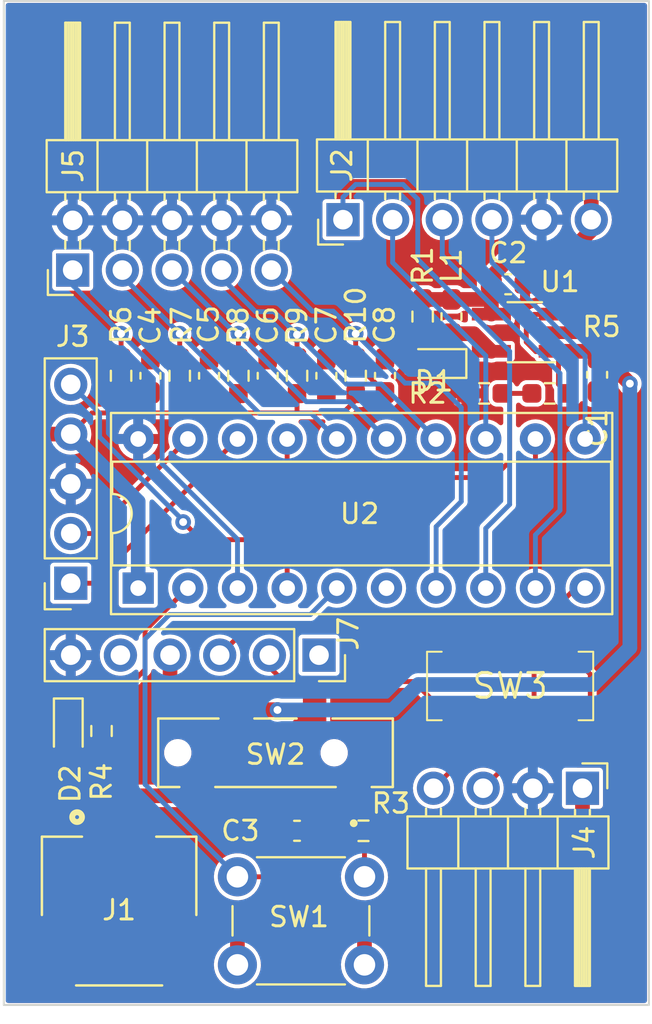
<source format=kicad_pcb>
(kicad_pcb (version 20211014) (generator pcbnew)
  (title_block (title "Fusion"))
  (layers (0 "F.Cu" signal) (31 "B.Cu" signal) (34 "B.Paste" user) (35 "F.Paste" user) (36 "B.SilkS" user "B.Silkscreen") (37 "F.SilkS" user "F.Silkscreen") (38 "B.Mask" user) (39 "F.Mask" user) (44 "Edge.Cuts" user))
  (net 0 "")
  (net 1 "CS")
  (net 2 "MISO")
  (net 3 "MOSI")
  (net 4 "SCK")
  (net 5 "GNDREF")
  (net 6 "+3V3")
  (net 7 "ICSPCLK")
  (net 8 "ICSPDAT")
  (net 9 "MCLR")
  (net 10 "BT_TX")
  (net 11 "BT_RX")
  (net 12 "PINKY")
  (net 13 "RING")
  (net 14 "MIDDLE")
  (net 15 "INDEX")
  (net 16 "THUMB")
  (net 18 "FTDI_RX")
  (net 19 "FTDI_TX")
  (net 20 "FTDI_5V")
  (net 22 "Net-(D1-Pad2)")
  (net 23 "BUTTON")
  (net 24 "RX")
  (net 25 "TX")
  (net 26 "Net-(C1-Pad1)")
  (net 27 "Net-(L1-Pad1)")
  (net 28 "LED")
  (net 29 "VBAT_ADC")
  (net 30 "Net-(D2-Pad2)")
  (net 32 "Net-(J1-Pad1)")
  (footprint "Fusion:JST" (layer "F.Cu") (at 142.9 111.05)
    (fp_text reference "J1" (at 0 3.4) (layer "F.SilkS") (effects (font (size 1.002189 1.002189))))
    (fp_text value "BATTERY")
    (pad "1" smd rect locked (at -1 0 180) (size 1 3.5) (layers "F.Cu" "F.Paste" "F.Mask") (net 32 "Net-(J1-Pad1)"))
    (pad "2" smd rect locked (at 1 0 180) (size 1 3.5) (layers "F.Cu" "F.Paste" "F.Mask") (net 5 "GNDREF"))
    (pad "S1" smd rect locked (at -3.35 5.75 180) (size 1.5 3.4) (layers "F.Cu" "F.Paste" "F.Mask"))
    (pad "S2" smd rect locked (at 3.35 5.75 180) (size 1.5 3.4) (layers "F.Cu" "F.Paste" "F.Mask"))
  )
  (footprint "Resistor_SMD:R_0603_1608Metric_Pad0.98x0.95mm_HandSolder" (layer "F.Cu") (at 152 87.15 90)
    (fp_text reference "R9" (at 2.5625 0 90) (layer "F.SilkS"))
    (fp_text value "10K")
    (pad "1" smd roundrect (at -0.9125 0 90) (size 0.975 0.95) (layers "F.Cu" "F.Paste" "F.Mask") (net 6 "+3V3"))
    (pad "2" smd roundrect (at 0.9125 0 90) (size 0.975 0.95) (layers "F.Cu" "F.Paste" "F.Mask") (net 13 "RING"))
  )
  (footprint "Package_TO_SOT_SMD:TSOT-23-5_HandSoldering" (layer "F.Cu") (at 163.65 84.95 180)
    (fp_text reference "U1" (at -1.8 2.6) (layer "F.SilkS"))
    (fp_text value "MCP1603")
    (pad "1" smd rect (at -1.71 -0.95 180) (size 2 0.65) (layers "F.Cu" "F.Paste" "F.Mask") (net 26 "Net-(C1-Pad1)"))
    (pad "2" smd rect (at -1.71 0 180) (size 2 0.65) (layers "F.Cu" "F.Paste" "F.Mask") (net 5 "GNDREF"))
    (pad "3" smd rect (at -1.71 0.95 180) (size 2 0.65) (layers "F.Cu" "F.Paste" "F.Mask") (net 26 "Net-(C1-Pad1)"))
    (pad "4" smd rect (at 1.71 0.95 180) (size 2 0.65) (layers "F.Cu" "F.Paste" "F.Mask") (net 6 "+3V3"))
    (pad "5" smd rect (at 1.71 -0.95 180) (size 2 0.65) (layers "F.Cu" "F.Paste" "F.Mask") (net 27 "Net-(L1-Pad1)"))
  )
  (footprint "Connector_PinHeader_2.54mm:PinHeader_1x04_P2.54mm_Horizontal" (layer "F.Cu") (at 166.6 108.225 -90)
    (fp_text reference "J4" (at 2.775 -0.1 90) (layer "F.SilkS"))
    (fp_text value "HC-05")
    (pad "1" thru_hole rect (at 0 0 270) (size 1.7 1.7) (drill 1) (layers *.Cu *.Mask) (net 6 "+3V3"))
    (pad "2" thru_hole oval (at 0 2.54 270) (size 1.7 1.7) (drill 1) (layers *.Cu *.Mask) (net 5 "GNDREF"))
    (pad "3" thru_hole oval (at 0 5.08 270) (size 1.7 1.7) (drill 1) (layers *.Cu *.Mask) (net 10 "BT_TX"))
    (pad "4" thru_hole oval (at 0 7.62 270) (size 1.7 1.7) (drill 1) (layers *.Cu *.Mask) (net 11 "BT_RX"))
  )
  (footprint "Resistor_SMD:R_0603_1608Metric_Pad0.98x0.95mm_HandSolder" (layer "F.Cu") (at 164.925 88.05 180)
    (fp_text reference "R5" (at -2.65 3.4) (layer "F.SilkS"))
    (fp_text value "10K")
    (pad "1" smd roundrect (at -0.9125 0 180) (size 0.975 0.95) (layers "F.Cu" "F.Paste" "F.Mask") (net 26 "Net-(C1-Pad1)"))
    (pad "2" smd roundrect (at 0.9125 0 180) (size 0.975 0.95) (layers "F.Cu" "F.Paste" "F.Mask") (net 29 "VBAT_ADC"))
  )
  (footprint "Capacitor_SMD:C_0603_1608Metric_Pad1.08x0.95mm_HandSolder" (layer "F.Cu") (at 150.5 87.15 90)
    (fp_text reference "C6" (at 2.575 0 90) (layer "F.SilkS"))
    (fp_text value "0.1uF")
    (pad "1" smd roundrect (at -0.8625 0 90) (size 1.075 0.95) (layers "F.Cu" "F.Paste" "F.Mask") (net 14 "MIDDLE"))
    (pad "2" smd roundrect (at 0.8625 0 90) (size 1.075 0.95) (layers "F.Cu" "F.Paste" "F.Mask") (net 5 "GNDREF"))
  )
  (footprint "Connector_PinSocket_2.54mm:PinSocket_1x06_P2.54mm_Vertical" (layer "F.Cu") (at 153.125 101.425 -90)
    (fp_text reference "J7" (at -1.1 -1.5 90) (layer "F.SilkS"))
    (fp_text value "FTDI")
    (pad "1" thru_hole rect (at 0 0 270) (size 1.7 1.7) (drill 1) (layers *.Cu *.Mask))
    (pad "2" thru_hole oval (at 0 2.54 270) (size 1.7 1.7) (drill 1) (layers *.Cu *.Mask) (net 18 "FTDI_RX"))
    (pad "3" thru_hole oval (at 0 5.08 270) (size 1.7 1.7) (drill 1) (layers *.Cu *.Mask) (net 19 "FTDI_TX"))
    (pad "4" thru_hole oval (at 0 7.62 270) (size 1.7 1.7) (drill 1) (layers *.Cu *.Mask) (net 20 "FTDI_5V"))
    (pad "5" thru_hole oval (at 0 10.16 270) (size 1.7 1.7) (drill 1) (layers *.Cu *.Mask))
    (pad "6" thru_hole oval (at 0 12.7 270) (size 1.7 1.7) (drill 1) (layers *.Cu *.Mask) (net 5 "GNDREF"))
  )
  (footprint "Capacitor_SMD:C_0603_1608Metric_Pad1.08x0.95mm_HandSolder" (layer "F.Cu") (at 147.5 87.15 90)
    (fp_text reference "C5" (at 2.625 -0.025 90) (layer "F.SilkS"))
    (fp_text value "0.1uF")
    (pad "1" smd roundrect (at -0.8625 0 90) (size 1.075 0.95) (layers "F.Cu" "F.Paste" "F.Mask") (net 15 "INDEX"))
    (pad "2" smd roundrect (at 0.8625 0 90) (size 1.075 0.95) (layers "F.Cu" "F.Paste" "F.Mask") (net 5 "GNDREF"))
  )
  (footprint "Button_Switch_THT:SW_PUSH_6mm_H5mm" (layer "F.Cu") (at 148.95 112.75)
    (fp_text reference "SW1" (at 3.15 2.05) (layer "F.SilkS"))
    (fp_text value "BUTTON")
    (pad "1" thru_hole circle (at 0 0 90) (size 2 2) (drill 1.1) (layers *.Cu *.Mask) (net 23 "BUTTON"))
    (pad "1" thru_hole circle (at 6.5 0 90) (size 2 2) (drill 1.1) (layers *.Cu *.Mask) (net 23 "BUTTON"))
    (pad "2" thru_hole circle (at 0 4.5 90) (size 2 2) (drill 1.1) (layers *.Cu *.Mask) (net 6 "+3V3"))
    (pad "2" thru_hole circle (at 6.5 4.5 90) (size 2 2) (drill 1.1) (layers *.Cu *.Mask) (net 6 "+3V3"))
  )
  (footprint "Package_DIP:DIP-20_W7.62mm_Socket" (layer "F.Cu") (at 143.875 98 90)
    (fp_text reference "U2" (at 3.8 11.325 180) (layer "F.SilkS"))
    (fp_text value "PIC16F690")
    (pad "1" thru_hole rect (at 0 0 90) (size 1.6 1.6) (drill 0.8) (layers *.Cu *.Mask) (net 6 "+3V3"))
    (pad "2" thru_hole oval (at 0 2.54 90) (size 1.6 1.6) (drill 0.8) (layers *.Cu *.Mask) (net 28 "LED"))
    (pad "3" thru_hole oval (at 0 5.08 90) (size 1.6 1.6) (drill 0.8) (layers *.Cu *.Mask) (net 16 "THUMB"))
    (pad "4" thru_hole oval (at 0 7.62 90) (size 1.6 1.6) (drill 0.8) (layers *.Cu *.Mask) (net 9 "MCLR"))
    (pad "5" thru_hole oval (at 0 10.16 90) (size 1.6 1.6) (drill 0.8) (layers *.Cu *.Mask) (net 23 "BUTTON"))
    (pad "6" thru_hole oval (at 0 12.7 90) (size 1.6 1.6) (drill 0.8) (layers *.Cu *.Mask))
    (pad "7" thru_hole oval (at 0 15.24 90) (size 1.6 1.6) (drill 0.8) (layers *.Cu *.Mask) (net 12 "PINKY"))
    (pad "8" thru_hole oval (at 0 17.78 90) (size 1.6 1.6) (drill 0.8) (layers *.Cu *.Mask) (net 1 "CS"))
    (pad "9" thru_hole oval (at 0 20.32 90) (size 1.6 1.6) (drill 0.8) (layers *.Cu *.Mask) (net 3 "MOSI"))
    (pad "10" thru_hole oval (at 0 22.86 90) (size 1.6 1.6) (drill 0.8) (layers *.Cu *.Mask) (net 25 "TX"))
    (pad "11" thru_hole oval (at 7.62 22.86 90) (size 1.6 1.6) (drill 0.8) (layers *.Cu *.Mask) (net 4 "SCK"))
    (pad "12" thru_hole oval (at 7.62 20.32 90) (size 1.6 1.6) (drill 0.8) (layers *.Cu *.Mask) (net 24 "RX"))
    (pad "13" thru_hole oval (at 7.62 17.78 90) (size 1.6 1.6) (drill 0.8) (layers *.Cu *.Mask) (net 2 "MISO"))
    (pad "14" thru_hole oval (at 7.62 15.24 90) (size 1.6 1.6) (drill 0.8) (layers *.Cu *.Mask) (net 13 "RING"))
    (pad "15" thru_hole oval (at 7.62 12.7 90) (size 1.6 1.6) (drill 0.8) (layers *.Cu *.Mask) (net 14 "MIDDLE"))
    (pad "16" thru_hole oval (at 7.62 10.16 90) (size 1.6 1.6) (drill 0.8) (layers *.Cu *.Mask) (net 15 "INDEX"))
    (pad "17" thru_hole oval (at 7.62 7.62 90) (size 1.6 1.6) (drill 0.8) (layers *.Cu *.Mask) (net 29 "VBAT_ADC"))
    (pad "18" thru_hole oval (at 7.62 5.08 90) (size 1.6 1.6) (drill 0.8) (layers *.Cu *.Mask) (net 7 "ICSPCLK"))
    (pad "19" thru_hole oval (at 7.62 2.54 90) (size 1.6 1.6) (drill 0.8) (layers *.Cu *.Mask) (net 8 "ICSPDAT"))
    (pad "20" thru_hole oval (at 7.62 0 90) (size 1.6 1.6) (drill 0.8) (layers *.Cu *.Mask) (net 5 "GNDREF"))
  )
  (footprint "Capacitor_SMD:C_0603_1608Metric_Pad1.08x0.95mm_HandSolder" (layer "F.Cu") (at 144.5 87.15 90)
    (fp_text reference "C4" (at 2.55 0 90) (layer "F.SilkS"))
    (fp_text value "0.1uF")
    (pad "1" smd roundrect (at -0.8625 0 90) (size 1.075 0.95) (layers "F.Cu" "F.Paste" "F.Mask") (net 16 "THUMB"))
    (pad "2" smd roundrect (at 0.8625 0 90) (size 1.075 0.95) (layers "F.Cu" "F.Paste" "F.Mask") (net 5 "GNDREF"))
  )
  (footprint "Connector_PinHeader_2.54mm:PinHeader_2x05_P2.54mm_Horizontal" (layer "F.Cu") (at 140.525 81.75 90)
    (fp_text reference "J5" (at 5.325 0.025 90) (layer "F.SilkS"))
    (fp_text value "FLEX")
    (pad "1" thru_hole rect (at 0 0 90) (size 1.7 1.7) (drill 1) (layers *.Cu *.Mask) (net 16 "THUMB"))
    (pad "2" thru_hole oval (at 2.54 0 90) (size 1.7 1.7) (drill 1) (layers *.Cu *.Mask) (net 5 "GNDREF"))
    (pad "3" thru_hole oval (at 0 2.54 90) (size 1.7 1.7) (drill 1) (layers *.Cu *.Mask) (net 15 "INDEX"))
    (pad "4" thru_hole oval (at 2.54 2.54 90) (size 1.7 1.7) (drill 1) (layers *.Cu *.Mask) (net 5 "GNDREF"))
    (pad "5" thru_hole oval (at 0 5.08 90) (size 1.7 1.7) (drill 1) (layers *.Cu *.Mask) (net 14 "MIDDLE"))
    (pad "6" thru_hole oval (at 2.54 5.08 90) (size 1.7 1.7) (drill 1) (layers *.Cu *.Mask) (net 5 "GNDREF"))
    (pad "7" thru_hole oval (at 0 7.62 90) (size 1.7 1.7) (drill 1) (layers *.Cu *.Mask) (net 13 "RING"))
    (pad "8" thru_hole oval (at 2.54 7.62 90) (size 1.7 1.7) (drill 1) (layers *.Cu *.Mask) (net 5 "GNDREF"))
    (pad "9" thru_hole oval (at 0 10.16 90) (size 1.7 1.7) (drill 1) (layers *.Cu *.Mask) (net 12 "PINKY"))
    (pad "10" thru_hole oval (at 2.54 10.16 90) (size 1.7 1.7) (drill 1) (layers *.Cu *.Mask) (net 5 "GNDREF"))
  )
  (footprint "Resistor_SMD:R_0603_1608Metric_Pad0.98x0.95mm_HandSolder" (layer "F.Cu") (at 143 87.15 90)
    (fp_text reference "R6" (at 2.6 0 90) (layer "F.SilkS"))
    (fp_text value "10K")
    (pad "1" smd roundrect (at -0.9125 0 90) (size 0.975 0.95) (layers "F.Cu" "F.Paste" "F.Mask") (net 6 "+3V3"))
    (pad "2" smd roundrect (at 0.9125 0 90) (size 0.975 0.95) (layers "F.Cu" "F.Paste" "F.Mask") (net 16 "THUMB"))
  )
  (footprint "Resistor_SMD:R_0603_1608Metric_Pad0.98x0.95mm_HandSolder" (layer "F.Cu") (at 155.4 110.4)
    (fp_text reference "R3" (at 1.4 -1.4) (layer "F.SilkS"))
    (fp_text value "10K")
    (pad "1" smd roundrect (at -0.9125 0) (size 0.975 0.95) (layers "F.Cu" "F.Paste" "F.Mask") (net 23 "BUTTON"))
    (pad "2" smd roundrect (at 0.9125 0) (size 0.975 0.95) (layers "F.Cu" "F.Paste" "F.Mask") (net 5 "GNDREF"))
  )
  (footprint "LED_SMD:LED_0603_1608Metric_Pad1.05x0.95mm_HandSolder" (layer "F.Cu") (at 140.3 105.3 -90)
    (fp_text reference "D2" (at 2.7 -0.1 90) (layer "F.SilkS"))
    (fp_text value "LED")
    (pad "1" smd roundrect (at -0.875 0 270) (size 1.05 0.95) (layers "F.Cu" "F.Paste" "F.Mask") (net 5 "GNDREF"))
    (pad "2" smd roundrect (at 0.875 0 270) (size 1.05 0.95) (layers "F.Cu" "F.Paste" "F.Mask") (net 30 "Net-(D2-Pad2)"))
  )
  (footprint "Capacitor_SMD:C_0603_1608Metric_Pad1.08x0.95mm_HandSolder" (layer "F.Cu") (at 162.8 82.475)
    (fp_text reference "C2" (at 0 -1.6) (layer "F.SilkS"))
    (fp_text value "4.7uF")
    (pad "1" smd roundrect (at -0.8625 0) (size 1.075 0.95) (layers "F.Cu" "F.Paste" "F.Mask") (net 6 "+3V3"))
    (pad "2" smd roundrect (at 0.8625 0) (size 1.075 0.95) (layers "F.Cu" "F.Paste" "F.Mask") (net 5 "GNDREF"))
  )
  (footprint "Resistor_SMD:R_0603_1608Metric_Pad0.98x0.95mm_HandSolder" (layer "F.Cu") (at 146 87.15 90)
    (fp_text reference "R7" (at 2.5625 0.1 90) (layer "F.SilkS"))
    (fp_text value "10K")
    (pad "1" smd roundrect (at -0.9125 0 90) (size 0.975 0.95) (layers "F.Cu" "F.Paste" "F.Mask") (net 6 "+3V3"))
    (pad "2" smd roundrect (at 0.9125 0 90) (size 0.975 0.95) (layers "F.Cu" "F.Paste" "F.Mask") (net 15 "INDEX"))
  )
  (footprint "Fusion:SPDT" (layer "F.Cu") (at 162.9 103 180)
    (fp_text reference "SW3" (at 0 0 180) (layer "F.SilkS") (effects (font (size 1.27 1.27))))
    (fp_text value "UART" hide)
    (pad "1" smd rect (at -2.5 2.2 180) (size 1.2 1.4) (layers "F.Cu" "F.Paste" "F.Mask") (net 10 "BT_TX"))
    (pad "2" smd rect (at 0 2.2 180) (size 1.2 1.4) (layers "F.Cu" "F.Paste" "F.Mask") (net 24 "RX"))
    (pad "3" smd rect (at 2.5 2.2 180) (size 1.2 1.4) (layers "F.Cu" "F.Paste" "F.Mask") (net 19 "FTDI_TX"))
    (pad "4" smd rect (at -2.5 -2.2 180) (size 1.2 1.4) (layers "F.Cu" "F.Paste" "F.Mask") (net 11 "BT_RX"))
    (pad "5" smd rect (at 0 -2.2 180) (size 1.2 1.4) (layers "F.Cu" "F.Paste" "F.Mask") (net 25 "TX"))
    (pad "6" smd rect (at 2.5 -2.2 180) (size 1.2 1.4) (layers "F.Cu" "F.Paste" "F.Mask") (net 18 "FTDI_RX"))
  )
  (footprint "Connector_PinSocket_2.54mm:PinSocket_1x05_P2.54mm_Vertical" (layer "F.Cu") (at 140.425 97.75 180)
    (fp_text reference "J3" (at -0.1 12.6) (layer "F.SilkS"))
    (fp_text value "PICKIT")
    (pad "1" thru_hole rect (at 0 0 180) (size 1.7 1.7) (drill 1) (layers *.Cu *.Mask) (net 7 "ICSPCLK"))
    (pad "2" thru_hole oval (at 0 2.54 180) (size 1.7 1.7) (drill 1) (layers *.Cu *.Mask) (net 8 "ICSPDAT"))
    (pad "3" thru_hole oval (at 0 5.08 180) (size 1.7 1.7) (drill 1) (layers *.Cu *.Mask) (net 5 "GNDREF"))
    (pad "4" thru_hole oval (at 0 7.62 180) (size 1.7 1.7) (drill 1) (layers *.Cu *.Mask) (net 6 "+3V3"))
    (pad "5" thru_hole oval (at 0 10.16 180) (size 1.7 1.7) (drill 1) (layers *.Cu *.Mask) (net 9 "MCLR"))
  )
  (footprint "Capacitor_SMD:C_0603_1608Metric_Pad1.08x0.95mm_HandSolder" (layer "F.Cu") (at 153.5 87.15 90)
    (fp_text reference "C7" (at 2.575 0 90) (layer "F.SilkS"))
    (fp_text value "0.1uF")
    (pad "1" smd roundrect (at -0.8625 0 90) (size 1.075 0.95) (layers "F.Cu" "F.Paste" "F.Mask") (net 13 "RING"))
    (pad "2" smd roundrect (at 0.8625 0 90) (size 1.075 0.95) (layers "F.Cu" "F.Paste" "F.Mask") (net 5 "GNDREF"))
  )
  (footprint "Resistor_SMD:R_0603_1608Metric_Pad0.98x0.95mm_HandSolder" (layer "F.Cu") (at 155 87.15 90)
    (fp_text reference "R10" (at 3.1 0 90) (layer "F.SilkS"))
    (fp_text value "10K")
    (pad "1" smd roundrect (at -0.9125 0 90) (size 0.975 0.95) (layers "F.Cu" "F.Paste" "F.Mask") (net 6 "+3V3"))
    (pad "2" smd roundrect (at 0.9125 0 90) (size 0.975 0.95) (layers "F.Cu" "F.Paste" "F.Mask") (net 12 "PINKY"))
  )
  (footprint "Fusion:SP3T" (layer "F.Cu") (at 150.9 106.4125 180)
    (fp_text reference "SW2" (at 0 -0.0875) (layer "F.SilkS"))
    (fp_text value "POWER")
    (pad "" np_thru_hole circle locked (at 5 0 180) (size 0.9 0.9) (drill 0.9) (layers *.Cu *.Mask))
    (pad "" np_thru_hole circle locked (at -3 0 180) (size 0.9 0.9) (drill 0.9) (layers *.Cu *.Mask))
    (pad "1" smd rect locked (at -4 -2.2 180) (size 1.2 1.4) (layers "F.Cu" "F.Paste" "F.Mask"))
    (pad "2" smd rect locked (at -2 2.2 180) (size 1.2 1.4) (layers "F.Cu" "F.Paste" "F.Mask") (net 20 "FTDI_5V"))
    (pad "3" smd rect locked (at 2 2.2 180) (size 1.2 1.4) (layers "F.Cu" "F.Paste" "F.Mask") (net 26 "Net-(C1-Pad1)"))
    (pad "4" smd rect locked (at 4 -2.2 180) (size 1.2 1.4) (layers "F.Cu" "F.Paste" "F.Mask") (net 32 "Net-(J1-Pad1)"))
  )
  (footprint "Resistor_SMD:R_0603_1608Metric_Pad0.98x0.95mm_HandSolder" (layer "F.Cu") (at 161.575 88.05 180)
    (fp_text reference "R2" (at 2.9 0) (layer "F.SilkS"))
    (fp_text value "20K")
    (pad "1" smd roundrect (at -0.9125 0 180) (size 0.975 0.95) (layers "F.Cu" "F.Paste" "F.Mask") (net 29 "VBAT_ADC"))
    (pad "2" smd roundrect (at 0.9125 0 180) (size 0.975 0.95) (layers "F.Cu" "F.Paste" "F.Mask") (net 5 "GNDREF"))
  )
  (footprint "Connector_PinHeader_2.54mm:PinHeader_1x06_P2.54mm_Horizontal" (layer "F.Cu") (at 154.35 79.175 90)
    (fp_text reference "J2" (at 2.775 -0.05 90) (layer "F.SilkS"))
    (fp_text value "LSM6DSOX")
    (pad "1" thru_hole rect (at 0 0 90) (size 1.7 1.7) (drill 1) (layers *.Cu *.Mask) (net 1 "CS"))
    (pad "2" thru_hole oval (at 0 2.54 90) (size 1.7 1.7) (drill 1) (layers *.Cu *.Mask) (net 2 "MISO"))
    (pad "3" thru_hole oval (at 0 5.08 90) (size 1.7 1.7) (drill 1) (layers *.Cu *.Mask) (net 3 "MOSI"))
    (pad "4" thru_hole oval (at 0 7.62 90) (size 1.7 1.7) (drill 1) (layers *.Cu *.Mask) (net 4 "SCK"))
    (pad "5" thru_hole oval (at 0 10.16 90) (size 1.7 1.7) (drill 1) (layers *.Cu *.Mask) (net 5 "GNDREF"))
    (pad "6" thru_hole oval (at 0 12.7 90) (size 1.7 1.7) (drill 1) (layers *.Cu *.Mask) (net 6 "+3V3"))
  )
  (footprint "LED_SMD:LED_0603_1608Metric_Pad1.05x0.95mm_HandSolder" (layer "F.Cu") (at 159 86.525 180)
    (fp_text reference "D1" (at 0 -0.9) (layer "F.SilkS"))
    (fp_text value "LED")
    (pad "1" smd roundrect (at -0.875 0 180) (size 1.05 0.95) (layers "F.Cu" "F.Paste" "F.Mask") (net 5 "GNDREF"))
    (pad "2" smd roundrect (at 0.875 0 180) (size 1.05 0.95) (layers "F.Cu" "F.Paste" "F.Mask") (net 22 "Net-(D1-Pad2)"))
  )
  (footprint "Resistor_SMD:R_0603_1608Metric_Pad0.98x0.95mm_HandSolder" (layer "F.Cu") (at 142 105.3 90)
    (fp_text reference "R4" (at -2.6 0 90) (layer "F.SilkS"))
    (fp_text value "270R")
    (pad "1" smd roundrect (at -0.9125 0 90) (size 0.975 0.95) (layers "F.Cu" "F.Paste" "F.Mask") (net 30 "Net-(D2-Pad2)"))
    (pad "2" smd roundrect (at 0.9125 0 90) (size 0.975 0.95) (layers "F.Cu" "F.Paste" "F.Mask") (net 28 "LED"))
  )
  (footprint "Capacitor_SMD:C_0603_1608Metric_Pad1.08x0.95mm_HandSolder" (layer "F.Cu") (at 152 110.4 180)
    (fp_text reference "C3" (at 2.9 0) (layer "F.SilkS"))
    (fp_text value "0.1uF")
    (pad "1" smd roundrect (at -0.8625 0 180) (size 1.075 0.95) (layers "F.Cu" "F.Paste" "F.Mask") (net 23 "BUTTON"))
    (pad "2" smd roundrect (at 0.8625 0 180) (size 1.075 0.95) (layers "F.Cu" "F.Paste" "F.Mask") (net 5 "GNDREF"))
  )
  (footprint "Inductor_SMD:L_0603_1608Metric_Pad1.05x0.95mm_HandSolder" (layer "F.Cu") (at 159.9 84.125 90)
    (fp_text reference "L1" (at 2.6 0 90) (layer "F.SilkS"))
    (fp_text value "4.7uH")
    (pad "1" smd roundrect (at -0.875 0 90) (size 1.05 0.95) (layers "F.Cu" "F.Paste" "F.Mask") (net 27 "Net-(L1-Pad1)"))
    (pad "2" smd roundrect (at 0.875 0 90) (size 1.05 0.95) (layers "F.Cu" "F.Paste" "F.Mask") (net 6 "+3V3"))
  )
  (footprint "Capacitor_SMD:C_0603_1608Metric_Pad1.08x0.95mm_HandSolder" (layer "F.Cu") (at 156.5 87.15 90)
    (fp_text reference "C8" (at 2.6 -0.025 90) (layer "F.SilkS"))
    (fp_text value "0.1uF")
    (pad "1" smd roundrect (at -0.8625 0 90) (size 1.075 0.95) (layers "F.Cu" "F.Paste" "F.Mask") (net 12 "PINKY"))
    (pad "2" smd roundrect (at 0.8625 0 90) (size 1.075 0.95) (layers "F.Cu" "F.Paste" "F.Mask") (net 5 "GNDREF"))
  )
  (footprint "Capacitor_SMD:C_0603_1608Metric_Pad1.08x0.95mm_HandSolder" (layer "F.Cu") (at 167.35 87.1 -90)
    (fp_text reference "C1" (at 2.725 0 90) (layer "F.SilkS"))
    (fp_text value "4.7uF")
    (pad "1" smd roundrect (at -0.8625 0 270) (size 1.075 0.95) (layers "F.Cu" "F.Paste" "F.Mask") (net 26 "Net-(C1-Pad1)"))
    (pad "2" smd roundrect (at 0.8625 0 270) (size 1.075 0.95) (layers "F.Cu" "F.Paste" "F.Mask") (net 5 "GNDREF"))
  )
  (footprint "Resistor_SMD:R_0603_1608Metric_Pad0.98x0.95mm_HandSolder" (layer "F.Cu") (at 149 87.15 90)
    (fp_text reference "R8" (at 2.5625 0 90) (layer "F.SilkS"))
    (fp_text value "10K")
    (pad "1" smd roundrect (at -0.9125 0 90) (size 0.975 0.95) (layers "F.Cu" "F.Paste" "F.Mask") (net 6 "+3V3"))
    (pad "2" smd roundrect (at 0.9125 0 90) (size 0.975 0.95) (layers "F.Cu" "F.Paste" "F.Mask") (net 14 "MIDDLE"))
  )
  (footprint "Resistor_SMD:R_0603_1608Metric_Pad0.98x0.95mm_HandSolder" (layer "F.Cu") (at 158.425 84.125 90)
    (fp_text reference "R1" (at 2.6 0 90) (layer "F.SilkS"))
    (fp_text value "270R")
    (pad "1" smd roundrect (at -0.9125 0 90) (size 0.975 0.95) (layers "F.Cu" "F.Paste" "F.Mask") (net 22 "Net-(D1-Pad2)"))
    (pad "2" smd roundrect (at 0.9125 0 90) (size 0.975 0.95) (layers "F.Cu" "F.Paste" "F.Mask") (net 6 "+3V3"))
  )
  (gr_rect (start 170 119.3) (end 137 68) (layer "Edge.Cuts") (width 0.1) (fill none))
  (segment (start 157.425 77.375) (end 158.175 78.125) (width 0.25) (layer "B.Cu") (net 1))
  (segment (start 154.35 78.025) (end 155 77.375) (width 0.25) (layer "B.Cu") (net 1))
  (segment (start 161.655 94.945) (end 161.655 98) (width 0.25) (layer "B.Cu") (net 1))
  (segment (start 155 77.375) (end 157.425 77.375) (width 0.25) (layer "B.Cu") (net 1))
  (segment (start 154.35 79.175) (end 154.35 78.025) (width 0.25) (layer "B.Cu") (net 1))
  (segment (start 158.175 78.125) (end 158.175 81.2) (width 0.25) (layer "B.Cu") (net 1))
  (segment (start 158.175 81.2) (end 162.875 85.9) (width 0.25) (layer "B.Cu") (net 1))
  (segment (start 162.875 93.725) (end 161.655 94.945) (width 0.25) (layer "B.Cu") (net 1))
  (segment (start 162.875 85.9) (end 162.875 93.725) (width 0.25) (layer "B.Cu") (net 1))
  (segment (start 161.655 86.13) (end 156.89 81.365) (width 0.25) (layer "B.Cu") (net 2))
  (segment (start 161.655 90.38) (end 161.655 86.13) (width 0.25) (layer "B.Cu") (net 2))
  (segment (start 156.89 81.365) (end 156.89 79.175) (width 0.25) (layer "B.Cu") (net 2))
  (segment (start 159.43 79.175) (end 159.43 81.005) (width 0.25) (layer "B.Cu") (net 3))
  (segment (start 165.45 94.025) (end 164.195 95.28) (width 0.25) (layer "B.Cu") (net 3))
  (segment (start 164.195 95.28) (end 164.195 98) (width 0.25) (layer "B.Cu") (net 3))
  (segment (start 159.43 81.005) (end 165.45 87.025) (width 0.25) (layer "B.Cu") (net 3))
  (segment (start 165.45 87.025) (end 165.45 94.025) (width 0.25) (layer "B.Cu") (net 3))
  (segment (start 166.735 86.135) (end 161.97 81.37) (width 0.25) (layer "B.Cu") (net 4))
  (segment (start 166.735 90.38) (end 166.735 86.135) (width 0.25) (layer "B.Cu") (net 4))
  (segment (start 161.97 81.37) (end 161.97 79.175) (width 0.25) (layer "B.Cu") (net 4))
  (segment (start 138.625 78.15) (end 138.625 90.15) (width 0.75) (layer "F.Cu") (net 6))
  (segment (start 138.625 111.925) (end 140.5 113.8) (width 0.75) (layer "F.Cu") (net 6))
  (segment (start 159.9 83.25) (end 161.85 83.25) (width 0.75) (layer "F.Cu") (net 6))
  (segment (start 152 89.05) (end 149 89.05) (width 0.25) (layer "F.Cu") (net 6))
  (segment (start 165.925 80.85) (end 167.05 79.725) (width 0.75) (layer "F.Cu") (net 6))
  (segment (start 155.45 115.275) (end 155.475 115.25) (width 0.75) (layer "F.Cu") (net 6))
  (segment (start 161.9375 82.475) (end 161.9375 82.0875) (width 0.75) (layer "F.Cu") (net 6))
  (segment (start 154.35 89.05) (end 152 89.05) (width 0.25) (layer "F.Cu") (net 6))
  (segment (start 167.05 79.725) (end 167.05 79.175) (width 0.75) (layer "F.Cu") (net 6))
  (segment (start 155.475 115.25) (end 161.8 115.25) (width 0.75) (layer "F.Cu") (net 6))
  (segment (start 161.9375 82.0875) (end 163.175 80.85) (width 0.75) (layer "F.Cu") (net 6))
  (segment (start 148.325 115.25) (end 148.925 115.25) (width 0.75) (layer "F.Cu") (net 6))
  (segment (start 142.95 89.05) (end 141.505 89.05) (width 0.25) (layer "F.Cu") (net 6))
  (segment (start 161.94 82.4775) (end 161.9375 82.475) (width 0.75) (layer "F.Cu") (net 6))
  (segment (start 161.94 84) (end 161.94 83.16) (width 0.75) (layer "F.Cu") (net 6))
  (segment (start 148.925 115.25) (end 155.475 115.25) (width 0.75) (layer "F.Cu") (net 6))
  (segment (start 149 88.0625) (end 149 89.05) (width 0.25) (layer "F.Cu") (net 6))
  (segment (start 167.05 77.9) (end 165.675 76.525) (width 0.75) (layer "F.Cu") (net 6))
  (segment (start 166.6 110.45) (end 166.6 108.225) (width 0.75) (layer "F.Cu") (net 6))
  (segment (start 141.505 89.05) (end 140.425 90.13) (width 0.25) (layer "F.Cu") (net 6))
  (segment (start 152 88.0625) (end 152 89.05) (width 0.25) (layer "F.Cu") (net 6))
  (segment (start 140.5 113.8) (end 146.875 113.8) (width 0.75) (layer "F.Cu") (net 6))
  (segment (start 161.8 115.25) (end 166.6 110.45) (width 0.75) (layer "F.Cu") (net 6))
  (segment (start 158.4625 83.25) (end 158.425 83.2125) (width 0.75) (layer "F.Cu") (net 6))
  (segment (start 140.25 76.525) (end 138.625 78.15) (width 0.75) (layer "F.Cu") (net 6))
  (segment (start 148.95 115.275) (end 148.925 115.25) (width 0.75) (layer "F.Cu") (net 6))
  (segment (start 146 89) (end 145.95 89.05) (width 0.25) (layer "F.Cu") (net 6))
  (segment (start 163.175 80.85) (end 165.925 80.85) (width 0.75) (layer "F.Cu") (net 6))
  (segment (start 155.45 117.25) (end 155.45 115.275) (width 0.75) (layer "F.Cu") (net 6))
  (segment (start 149 89.05) (end 145.95 89.05) (width 0.25) (layer "F.Cu") (net 6))
  (segment (start 138.645 90.13) (end 140.425 90.13) (width 0.75) (layer "F.Cu") (net 6))
  (segment (start 159.9 83.25) (end 158.4625 83.25) (width 0.75) (layer "F.Cu") (net 6))
  (segment (start 143 88.0625) (end 143 89) (width 0.25) (layer "F.Cu") (net 6))
  (segment (start 138.625 90.15) (end 138.625 111.925) (width 0.75) (layer "F.Cu") (net 6))
  (segment (start 155 88.0625) (end 155 88.4) (width 0.25) (layer "F.Cu") (net 6))
  (segment (start 167.05 79.175) (end 167.05 77.9) (width 0.75) (layer "F.Cu") (net 6))
  (segment (start 161.94 83.16) (end 161.94 82.4775) (width 0.75) (layer "F.Cu") (net 6))
  (segment (start 155 88.4) (end 154.35 89.05) (width 0.25) (layer "F.Cu") (net 6))
  (segment (start 143 89) (end 142.95 89.05) (width 0.25) (layer "F.Cu") (net 6))
  (segment (start 165.675 76.525) (end 140.25 76.525) (width 0.75) (layer "F.Cu") (net 6))
  (segment (start 161.85 83.25) (end 161.94 83.16) (width 0.75) (layer "F.Cu") (net 6))
  (segment (start 138.625 90.15) (end 138.645 90.13) (width 0.75) (layer "F.Cu") (net 6))
  (segment (start 146.875 113.8) (end 148.325 115.25) (width 0.75) (layer "F.Cu") (net 6))
  (segment (start 148.95 117.25) (end 148.95 115.275) (width 0.75) (layer "F.Cu") (net 6))
  (segment (start 146 88.0625) (end 146 89) (width 0.25) (layer "F.Cu") (net 6))
  (segment (start 145.95 89.05) (end 142.95 89.05) (width 0.25) (layer "F.Cu") (net 6))
  (segment (start 143.875 93.58) (end 140.425 90.13) (width 0.75) (layer "B.Cu") (net 6))
  (segment (start 143.875 98) (end 143.875 93.58) (width 0.75) (layer "B.Cu") (net 6))
  (segment (start 141.585 97.75) (end 140.425 97.75) (width 0.25) (layer "F.Cu") (net 7))
  (segment (start 148.955 90.38) (end 141.585 97.75) (width 0.25) (layer "F.Cu") (net 7))
  (segment (start 146.415 90.38) (end 141.585 95.21) (width 0.25) (layer "F.Cu") (net 8))
  (segment (start 141.585 95.21) (end 140.425 95.21) (width 0.25) (layer "F.Cu") (net 8))
  (segment (start 146.175 94.625) (end 147.075 95.525) (width 0.25) (layer "F.Cu") (net 9))
  (segment (start 150.225 95.525) (end 151.495 96.795) (width 0.25) (layer "F.Cu") (net 9))
  (segment (start 151.495 96.795) (end 151.495 98) (width 0.25) (layer "F.Cu") (net 9))
  (segment (start 147.075 95.525) (end 150.225 95.525) (width 0.25) (layer "F.Cu") (net 9))
  (via (at 146.175 94.625) (size 0.8) (drill 0.4) (layers "F.Cu" "B.Cu") (net 9))
  (segment (start 146.175 94.625) (end 146.175 94.55) (width 0.25) (layer "B.Cu") (net 9))
  (segment (start 141.9 89.065) (end 140.425 87.59) (width 0.25) (layer "B.Cu") (net 9))
  (segment (start 141.9 90.275) (end 141.9 89.065) (width 0.25) (layer "B.Cu") (net 9))
  (segment (start 146.175 94.55) (end 141.9 90.275) (width 0.25) (layer "B.Cu") (net 9))
  (segment (start 167 102.4) (end 165.4 100.8) (width 0.25) (layer "F.Cu") (net 10))
  (segment (start 161.52 108.225) (end 162.87 106.875) (width 0.25) (layer "F.Cu") (net 10))
  (segment (start 162.87 106.875) (end 165.875 106.875) (width 0.25) (layer "F.Cu") (net 10))
  (segment (start 165.875 106.875) (end 167 105.75) (width 0.25) (layer "F.Cu") (net 10))
  (segment (start 167 105.75) (end 167 102.4) (width 0.25) (layer "F.Cu") (net 10))
  (segment (start 158.98 108.225) (end 160.83 106.375) (width 0.25) (layer "F.Cu") (net 11))
  (segment (start 160.83 106.375) (end 164.225 106.375) (width 0.25) (layer "F.Cu") (net 11))
  (segment (start 164.225 106.375) (end 165.4 105.2) (width 0.25) (layer "F.Cu") (net 11))
  (segment (start 155 86.2375) (end 155 85) (width 0.25) (layer "F.Cu") (net 12))
  (segment (start 155 86.5125) (end 156.5 88.0125) (width 0.25) (layer "F.Cu") (net 12))
  (segment (start 155 86.2375) (end 155 86.5125) (width 0.25) (layer "F.Cu") (net 12))
  (via (at 155 85) (size 0.8) (drill 0.4) (layers "F.Cu" "B.Cu") (net 12))
  (segment (start 155 85) (end 157.525 87.525) (width 0.25) (layer "B.Cu") (net 12))
  (segment (start 157.525 87.525) (end 159.15 87.525) (width 0.25) (layer "B.Cu") (net 12))
  (segment (start 150.685 81.75) (end 152.785 83.85) (width 0.25) (layer "B.Cu") (net 12))
  (segment (start 160.4 93.575) (end 159.115 94.86) (width 0.25) (layer "B.Cu") (net 12))
  (segment (start 159.115 94.86) (end 159.115 98) (width 0.25) (layer "B.Cu") (net 12))
  (segment (start 159.15 87.525) (end 160.4 88.775) (width 0.25) (layer "B.Cu") (net 12))
  (segment (start 152.785 83.85) (end 153.85 83.85) (width 0.25) (layer "B.Cu") (net 12))
  (segment (start 160.4 88.775) (end 160.4 93.575) (width 0.25) (layer "B.Cu") (net 12))
  (segment (start 153.85 83.85) (end 155 85) (width 0.25) (layer "B.Cu") (net 12))
  (segment (start 152 86.2375) (end 152 85.05) (width 0.25) (layer "F.Cu") (net 13))
  (segment (start 152 86.5125) (end 153.5 88.0125) (width 0.25) (layer "F.Cu") (net 13))
  (segment (start 152 86.2375) (end 152 86.5125) (width 0.25) (layer "F.Cu") (net 13))
  (via (at 152 85.05) (size 0.8) (drill 0.4) (layers "F.Cu" "B.Cu") (net 13))
  (segment (start 148.145 82.145) (end 148.145 81.75) (width 0.25) (layer "B.Cu") (net 13))
  (segment (start 156.31 87.575) (end 159.115 90.38) (width 0.25) (layer "B.Cu") (net 13))
  (segment (start 152 85.05) (end 154.525 87.575) (width 0.25) (layer "B.Cu") (net 13))
  (segment (start 154.525 87.575) (end 156.31 87.575) (width 0.25) (layer "B.Cu") (net 13))
  (segment (start 150.825 83.875) (end 149.875 83.875) (width 0.25) (layer "B.Cu") (net 13))
  (segment (start 149.875 83.875) (end 148.145 82.145) (width 0.25) (layer "B.Cu") (net 13))
  (segment (start 152 85.05) (end 150.825 83.875) (width 0.25) (layer "B.Cu") (net 13))
  (segment (start 149 86.2375) (end 149 86.5125) (width 0.25) (layer "F.Cu") (net 14))
  (segment (start 149 86.2375) (end 149 85) (width 0.25) (layer "F.Cu") (net 14))
  (segment (start 149 86.5125) (end 150.5 88.0125) (width 0.25) (layer "F.Cu") (net 14))
  (via (at 149 85) (size 0.8) (drill 0.4) (layers "F.Cu" "B.Cu") (net 14))
  (segment (start 149 85) (end 152.475 88.475) (width 0.25) (layer "B.Cu") (net 14))
  (segment (start 154.67 88.475) (end 156.575 90.38) (width 0.25) (layer "B.Cu") (net 14))
  (segment (start 145.605 81.75) (end 148.855 85) (width 0.25) (layer "B.Cu") (net 14))
  (segment (start 152.475 88.475) (end 154.67 88.475) (width 0.25) (layer "B.Cu") (net 14))
  (segment (start 148.855 85) (end 149 85) (width 0.25) (layer "B.Cu") (net 14))
  (segment (start 146 86.5125) (end 147.5 88.0125) (width 0.25) (layer "F.Cu") (net 15))
  (segment (start 146 86.2375) (end 146 85) (width 0.25) (layer "F.Cu") (net 15))
  (segment (start 146 86.2375) (end 146 86.5125) (width 0.25) (layer "F.Cu") (net 15))
  (via (at 146 85) (size 0.8) (drill 0.4) (layers "F.Cu" "B.Cu") (net 15))
  (segment (start 146 85) (end 150.075 89.075) (width 0.25) (layer "B.Cu") (net 15))
  (segment (start 152.73 89.075) (end 154.035 90.38) (width 0.25) (layer "B.Cu") (net 15))
  (segment (start 150.075 89.075) (end 152.73 89.075) (width 0.25) (layer "B.Cu") (net 15))
  (segment (start 143.065 82.065) (end 143.065 81.75) (width 0.25) (layer "B.Cu") (net 15))
  (segment (start 146 85) (end 143.065 82.065) (width 0.25) (layer "B.Cu") (net 15))
  (segment (start 143 86.2375) (end 143 85) (width 0.25) (layer "F.Cu") (net 16))
  (segment (start 143 86.5125) (end 144.5 88.0125) (width 0.25) (layer "F.Cu") (net 16))
  (segment (start 143 86.2375) (end 143 86.5125) (width 0.25) (layer "F.Cu") (net 16))
  (via (at 143 85) (size 0.8) (drill 0.4) (layers "F.Cu" "B.Cu") (net 16))
  (segment (start 148.955 95.505) (end 145.1 91.65) (width 0.25) (layer "B.Cu") (net 16))
  (segment (start 140.525 81.75) (end 140.525 82.525) (width 0.25) (layer "B.Cu") (net 16))
  (segment (start 143 85) (end 145.075 87.075) (width 0.25) (layer "B.Cu") (net 16))
  (segment (start 148.955 98) (end 148.955 95.505) (width 0.25) (layer "B.Cu") (net 16))
  (segment (start 145.075 87.075) (end 145.1 87.075) (width 0.25) (layer "B.Cu") (net 16))
  (segment (start 145.1 91.65) (end 145.1 87.075) (width 0.25) (layer "B.Cu") (net 16))
  (segment (start 143 85) (end 140.525 82.525) (width 0.25) (layer "B.Cu") (net 16))
  (segment (start 150.585 102.035) (end 151.325 102.775) (width 0.25) (layer "F.Cu") (net 18))
  (segment (start 151.325 102.775) (end 157.975 102.775) (width 0.25) (layer "F.Cu") (net 18))
  (segment (start 157.975 102.775) (end 160.4 105.2) (width 0.25) (layer "F.Cu") (net 18))
  (segment (start 150.585 101.425) (end 150.585 102.035) (width 0.25) (layer "F.Cu") (net 18))
  (segment (start 157.075 99.875) (end 158 100.8) (width 0.25) (layer "F.Cu") (net 19))
  (segment (start 149.595 99.875) (end 157.075 99.875) (width 0.25) (layer "F.Cu") (net 19))
  (segment (start 158 100.8) (end 160.4 100.8) (width 0.25) (layer "F.Cu") (net 19))
  (segment (start 148.045 101.425) (end 149.595 99.875) (width 0.25) (layer "F.Cu") (net 19))
  (segment (start 145.505 103.905) (end 147.65 106.05) (width 0.75) (layer "F.Cu") (net 20))
  (segment (start 151.0625 106.05) (end 152.9 104.2125) (width 0.75) (layer "F.Cu") (net 20))
  (segment (start 147.65 106.05) (end 151.0625 106.05) (width 0.75) (layer "F.Cu") (net 20))
  (segment (start 145.505 101.425) (end 145.505 103.905) (width 0.75) (layer "F.Cu") (net 20))
  (segment (start 158.125 85.3375) (end 158.425 85.0375) (width 0.75) (layer "F.Cu") (net 22))
  (segment (start 158.125 86.525) (end 158.125 85.3375) (width 0.75) (layer "F.Cu") (net 22))
  (segment (start 148.95 112.75) (end 150.5125 112.75) (width 0.25) (layer "F.Cu") (net 23))
  (segment (start 155.45 111.3625) (end 154.4875 110.4) (width 0.25) (layer "F.Cu") (net 23))
  (segment (start 155.45 112.75) (end 155.45 111.3625) (width 0.25) (layer "F.Cu") (net 23))
  (segment (start 152.8625 110.4) (end 154.4875 110.4) (width 0.25) (layer "F.Cu") (net 23))
  (segment (start 150.5125 112.75) (end 152.8625 110.4) (width 0.25) (layer "F.Cu") (net 23))
  (segment (start 152.685 99.35) (end 145.475 99.35) (width 0.25) (layer "B.Cu") (net 23))
  (segment (start 154.035 98) (end 152.685 99.35) (width 0.25) (layer "B.Cu") (net 23))
  (segment (start 144.225 108.025) (end 148.95 112.75) (width 0.25) (layer "B.Cu") (net 23))
  (segment (start 144.225 100.6) (end 144.225 108.025) (width 0.25) (layer "B.Cu") (net 23))
  (segment (start 145.475 99.35) (end 144.225 100.6) (width 0.25) (layer "B.Cu") (net 23))
  (segment (start 164.195 93.755) (end 162.9 95.05) (width 0.25) (layer "F.Cu") (net 24))
  (segment (start 164.195 90.38) (end 164.195 93.755) (width 0.25) (layer "F.Cu") (net 24))
  (segment (start 162.9 95.05) (end 162.9 100.8) (width 0.25) (layer "F.Cu") (net 24))
  (segment (start 164.125 103.975) (end 162.9 105.2) (width 0.25) (layer "F.Cu") (net 25))
  (segment (start 164.125 100.125978) (end 164.125 103.975) (width 0.25) (layer "F.Cu") (net 25))
  (segment (start 166.250978 98) (end 164.125 100.125978) (width 0.25) (layer "F.Cu") (net 25))
  (segment (start 166.735 98) (end 166.250978 98) (width 0.25) (layer "F.Cu") (net 25))
  (segment (start 165.8375 88.05) (end 165.375 87.5875) (width 0.25) (layer "F.Cu") (net 26))
  (segment (start 165.375 85.915) (end 165.36 85.9) (width 0.25) (layer "F.Cu") (net 26))
  (segment (start 165.3475 84.0125) (end 164.125 84.0125) (width 0.25) (layer "F.Cu") (net 26))
  (segment (start 164.125 84.0125) (end 163.725 84.4125) (width 0.25) (layer "F.Cu") (net 26))
  (segment (start 165.36 85.9) (end 167.375 85.9) (width 0.75) (layer "F.Cu") (net 26))
  (segment (start 163.725 84.4125) (end 163.725 85.425) (width 0.25) (layer "F.Cu") (net 26))
  (segment (start 167.375 85.9) (end 169.025 87.55) (width 0.75) (layer "F.Cu") (net 26))
  (segment (start 150.9875 104.2125) (end 148.9 104.2125) (width 0.75) (layer "F.Cu") (net 26))
  (segment (start 164.2125 85.9125) (end 165.3475 85.9125) (width 0.25) (layer "F.Cu") (net 26))
  (segment (start 165.375 87.5875) (end 165.375 85.915) (width 0.25) (layer "F.Cu") (net 26))
  (segment (start 163.725 85.425) (end 164.2125 85.9125) (width 0.25) (layer "F.Cu") (net 26))
  (segment (start 151 104.225) (end 150.9875 104.2125) (width 0.75) (layer "F.Cu") (net 26))
  (via (at 169.025 87.55) (size 0.8) (drill 0.4) (layers "F.Cu" "B.Cu") (net 26))
  (via (at 151 104.225) (size 0.8) (drill 0.4) (layers "F.Cu" "B.Cu") (net 26))
  (segment (start 167.15 102.925) (end 158.2 102.925) (width 0.75) (layer "B.Cu") (net 26))
  (segment (start 156.9 104.225) (end 151 104.225) (width 0.75) (layer "B.Cu") (net 26))
  (segment (start 169.025 87.55) (end 169.025 101.05) (width 0.75) (layer "B.Cu") (net 26))
  (segment (start 169.025 101.05) (end 167.15 102.925) (width 0.75) (layer "B.Cu") (net 26))
  (segment (start 158.2 102.925) (end 156.9 104.225) (width 0.75) (layer "B.Cu") (net 26))
  (segment (start 159.9 85) (end 161.04 85) (width 0.75) (layer "F.Cu") (net 27))
  (segment (start 161.04 85) (end 161.94 85.9) (width 0.75) (layer "F.Cu") (net 27))
  (segment (start 144.225 100.175) (end 144.225 102.1625) (width 0.25) (layer "F.Cu") (net 28))
  (segment (start 146.4 98) (end 144.225 100.175) (width 0.25) (layer "F.Cu") (net 28))
  (segment (start 146.415 98) (end 146.4 98) (width 0.25) (layer "F.Cu") (net 28))
  (segment (start 144.225 102.1625) (end 142 104.3875) (width 0.25) (layer "F.Cu") (net 28))
  (segment (start 162.4875 88.05) (end 162.4875 88.0875) (width 0.25) (layer "F.Cu") (net 29))
  (segment (start 162.875 91.525) (end 162.875 88.475) (width 0.25) (layer "F.Cu") (net 29))
  (segment (start 151.495 91.645) (end 152.2 92.35) (width 0.25) (layer "F.Cu") (net 29))
  (segment (start 151.495 90.38) (end 151.495 91.645) (width 0.25) (layer "F.Cu") (net 29))
  (segment (start 162.4875 88.0875) (end 162.875 88.475) (width 0.25) (layer "F.Cu") (net 29))
  (segment (start 162.05 92.35) (end 162.875 91.525) (width 0.25) (layer "F.Cu") (net 29))
  (segment (start 162.4875 88.05) (end 164.0125 88.05) (width 0.25) (layer "F.Cu") (net 29))
  (segment (start 152.2 92.35) (end 162.05 92.35) (width 0.25) (layer "F.Cu") (net 29))
  (segment (start 162.875 88.475) (end 162.875 88.125) (width 0.25) (layer "F.Cu") (net 29))
  (segment (start 140.3375 106.2125) (end 140.3 106.175) (width 0.25) (layer "F.Cu") (net 30))
  (segment (start 142 106.2125) (end 140.3375 106.2125) (width 0.25) (layer "F.Cu") (net 30))
  (segment (start 141.9 111.05) (end 141.9 109.8) (width 0.75) (layer "F.Cu") (net 32))
  (segment (start 141.9 109.8) (end 143.0875 108.6125) (width 0.75) (layer "F.Cu") (net 32))
  (segment (start 143.0875 108.6125) (end 146.9 108.6125) (width 0.75) (layer "F.Cu") (net 32))
  (zone (net 5) (net_name "GNDREF") (layers F&B.Cu) (connect_pads (clearance 0.1)) (min_thickness 0.254) (fill yes (thermal_gap 0.25) (thermal_bridge_width 0.508))
    (polygon (pts (xy 170 119.3) (xy 137 119.3) (xy 137 68) (xy 170 68)))
  )
)
</source>
